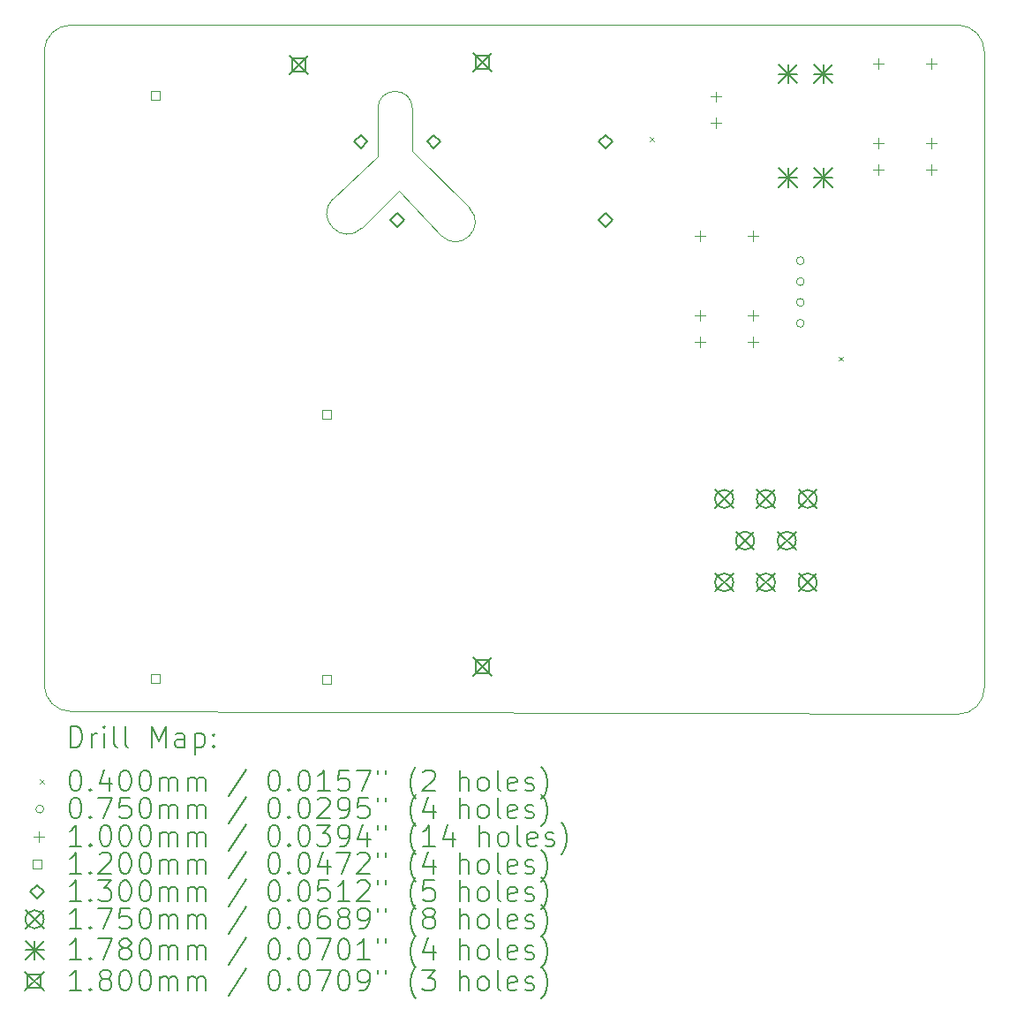
<source format=gbr>
%FSLAX45Y45*%
G04 Gerber Fmt 4.5, Leading zero omitted, Abs format (unit mm)*
G04 Created by KiCad (PCBNEW (6.0.1)) date 2022-11-29 11:43:38*
%MOMM*%
%LPD*%
G01*
G04 APERTURE LIST*
%TA.AperFunction,Profile*%
%ADD10C,0.100000*%
%TD*%
%TA.AperFunction,Profile*%
%ADD11C,0.050000*%
%TD*%
%ADD12C,0.200000*%
%ADD13C,0.040000*%
%ADD14C,0.075000*%
%ADD15C,0.100000*%
%ADD16C,0.120000*%
%ADD17C,0.130000*%
%ADD18C,0.175000*%
%ADD19C,0.178000*%
%ADD20C,0.180000*%
G04 APERTURE END LIST*
D10*
X14414500Y-6896100D02*
X14770100Y-6540500D01*
X15176500Y-6972300D02*
G75*
G03*
X15443200Y-6705600I133350J133350D01*
G01*
X15443200Y-6705600D02*
X14897100Y-6159500D01*
X14135100Y-6616700D02*
G75*
G03*
X14414500Y-6896100I139700J-139700D01*
G01*
D11*
X11366500Y-11275795D02*
G75*
G03*
X11620500Y-11529795I254000J0D01*
G01*
D10*
X15176500Y-6972300D02*
X14770100Y-6540500D01*
X20142200Y-4953000D02*
X11620500Y-4953000D01*
X20383500Y-11303000D02*
X20383500Y-5207000D01*
D11*
X20383500Y-5207000D02*
G75*
G03*
X20142200Y-4953000I-255755J-1350D01*
G01*
D10*
X14897100Y-5753100D02*
G75*
G03*
X14566900Y-5753100I-165100J0D01*
G01*
X14897100Y-6159500D02*
X14897100Y-5753100D01*
X11366500Y-5192495D02*
X11366500Y-11275795D01*
X14135100Y-6616700D02*
X14566900Y-6210300D01*
X14566900Y-5753100D02*
X14566900Y-6210300D01*
D11*
X11620500Y-4953000D02*
G75*
G03*
X11366500Y-5192495I0J-254439D01*
G01*
D10*
X11620500Y-11529795D02*
X20129500Y-11557000D01*
D11*
X20129500Y-11557000D02*
G75*
G03*
X20383500Y-11303000I0J254000D01*
G01*
D12*
D13*
X17175800Y-6025200D02*
X17215800Y-6065200D01*
X17215800Y-6025200D02*
X17175800Y-6065200D01*
X18987061Y-8130619D02*
X19027061Y-8170619D01*
X19027061Y-8130619D02*
X18987061Y-8170619D01*
D14*
X18655700Y-7210500D02*
G75*
G03*
X18655700Y-7210500I-37500J0D01*
G01*
X18655700Y-7410500D02*
G75*
G03*
X18655700Y-7410500I-37500J0D01*
G01*
X18655700Y-7610500D02*
G75*
G03*
X18655700Y-7610500I-37500J0D01*
G01*
X18655700Y-7810500D02*
G75*
G03*
X18655700Y-7810500I-37500J0D01*
G01*
D15*
X17653000Y-6922300D02*
X17653000Y-7022300D01*
X17603000Y-6972300D02*
X17703000Y-6972300D01*
X17653000Y-7684300D02*
X17653000Y-7784300D01*
X17603000Y-7734300D02*
X17703000Y-7734300D01*
X17653000Y-7938300D02*
X17653000Y-8038300D01*
X17603000Y-7988300D02*
X17703000Y-7988300D01*
X17805400Y-5588800D02*
X17805400Y-5688800D01*
X17755400Y-5638800D02*
X17855400Y-5638800D01*
X17805400Y-5838800D02*
X17805400Y-5938800D01*
X17755400Y-5888800D02*
X17855400Y-5888800D01*
X18161000Y-6922300D02*
X18161000Y-7022300D01*
X18111000Y-6972300D02*
X18211000Y-6972300D01*
X18161000Y-7684300D02*
X18161000Y-7784300D01*
X18111000Y-7734300D02*
X18211000Y-7734300D01*
X18161000Y-7938300D02*
X18161000Y-8038300D01*
X18111000Y-7988300D02*
X18211000Y-7988300D01*
X19366950Y-5271750D02*
X19366950Y-5371750D01*
X19316950Y-5321750D02*
X19416950Y-5321750D01*
X19366950Y-6033750D02*
X19366950Y-6133750D01*
X19316950Y-6083750D02*
X19416950Y-6083750D01*
X19366950Y-6287750D02*
X19366950Y-6387750D01*
X19316950Y-6337750D02*
X19416950Y-6337750D01*
X19874950Y-5271750D02*
X19874950Y-5371750D01*
X19824950Y-5321750D02*
X19924950Y-5321750D01*
X19874950Y-6033750D02*
X19874950Y-6133750D01*
X19824950Y-6083750D02*
X19924950Y-6083750D01*
X19874950Y-6287750D02*
X19874950Y-6387750D01*
X19824950Y-6337750D02*
X19924950Y-6337750D01*
D16*
X12475727Y-5668527D02*
X12475727Y-5583673D01*
X12390873Y-5583673D01*
X12390873Y-5668527D01*
X12475727Y-5668527D01*
X12475727Y-11256527D02*
X12475727Y-11171673D01*
X12390873Y-11171673D01*
X12390873Y-11256527D01*
X12475727Y-11256527D01*
X14114027Y-8729227D02*
X14114027Y-8644373D01*
X14029173Y-8644373D01*
X14029173Y-8729227D01*
X14114027Y-8729227D01*
X14114027Y-11269227D02*
X14114027Y-11184373D01*
X14029173Y-11184373D01*
X14029173Y-11269227D01*
X14114027Y-11269227D01*
D17*
X14401300Y-6135600D02*
X14466300Y-6070600D01*
X14401300Y-6005600D01*
X14336300Y-6070600D01*
X14401300Y-6135600D01*
X14751300Y-6885600D02*
X14816300Y-6820600D01*
X14751300Y-6755600D01*
X14686300Y-6820600D01*
X14751300Y-6885600D01*
X15101300Y-6135600D02*
X15166300Y-6070600D01*
X15101300Y-6005600D01*
X15036300Y-6070600D01*
X15101300Y-6135600D01*
X16751300Y-6135600D02*
X16816300Y-6070600D01*
X16751300Y-6005600D01*
X16686300Y-6070600D01*
X16751300Y-6135600D01*
X16751300Y-6885600D02*
X16816300Y-6820600D01*
X16751300Y-6755600D01*
X16686300Y-6820600D01*
X16751300Y-6885600D01*
D18*
X17800500Y-9405800D02*
X17975500Y-9580800D01*
X17975500Y-9405800D02*
X17800500Y-9580800D01*
X17975500Y-9493300D02*
G75*
G03*
X17975500Y-9493300I-87500J0D01*
G01*
X17800500Y-10205800D02*
X17975500Y-10380800D01*
X17975500Y-10205800D02*
X17800500Y-10380800D01*
X17975500Y-10293300D02*
G75*
G03*
X17975500Y-10293300I-87500J0D01*
G01*
X18000500Y-9805800D02*
X18175500Y-9980800D01*
X18175500Y-9805800D02*
X18000500Y-9980800D01*
X18175500Y-9893300D02*
G75*
G03*
X18175500Y-9893300I-87500J0D01*
G01*
X18200500Y-9405800D02*
X18375500Y-9580800D01*
X18375500Y-9405800D02*
X18200500Y-9580800D01*
X18375500Y-9493300D02*
G75*
G03*
X18375500Y-9493300I-87500J0D01*
G01*
X18200500Y-10205800D02*
X18375500Y-10380800D01*
X18375500Y-10205800D02*
X18200500Y-10380800D01*
X18375500Y-10293300D02*
G75*
G03*
X18375500Y-10293300I-87500J0D01*
G01*
X18400500Y-9805800D02*
X18575500Y-9980800D01*
X18575500Y-9805800D02*
X18400500Y-9980800D01*
X18575500Y-9893300D02*
G75*
G03*
X18575500Y-9893300I-87500J0D01*
G01*
X18600500Y-9405800D02*
X18775500Y-9580800D01*
X18775500Y-9405800D02*
X18600500Y-9580800D01*
X18775500Y-9493300D02*
G75*
G03*
X18775500Y-9493300I-87500J0D01*
G01*
X18600500Y-10205800D02*
X18775500Y-10380800D01*
X18775500Y-10205800D02*
X18600500Y-10380800D01*
X18775500Y-10293300D02*
G75*
G03*
X18775500Y-10293300I-87500J0D01*
G01*
D19*
X18410000Y-5333200D02*
X18588000Y-5511200D01*
X18588000Y-5333200D02*
X18410000Y-5511200D01*
X18499000Y-5333200D02*
X18499000Y-5511200D01*
X18410000Y-5422200D02*
X18588000Y-5422200D01*
X18410000Y-6325200D02*
X18588000Y-6503200D01*
X18588000Y-6325200D02*
X18410000Y-6503200D01*
X18499000Y-6325200D02*
X18499000Y-6503200D01*
X18410000Y-6414200D02*
X18588000Y-6414200D01*
X18750000Y-5333200D02*
X18928000Y-5511200D01*
X18928000Y-5333200D02*
X18750000Y-5511200D01*
X18839000Y-5333200D02*
X18839000Y-5511200D01*
X18750000Y-5422200D02*
X18928000Y-5422200D01*
X18750000Y-6325200D02*
X18928000Y-6503200D01*
X18928000Y-6325200D02*
X18750000Y-6503200D01*
X18839000Y-6325200D02*
X18839000Y-6503200D01*
X18750000Y-6414200D02*
X18928000Y-6414200D01*
D20*
X13714900Y-5244000D02*
X13894900Y-5424000D01*
X13894900Y-5244000D02*
X13714900Y-5424000D01*
X13868540Y-5397640D02*
X13868540Y-5270360D01*
X13741260Y-5270360D01*
X13741260Y-5397640D01*
X13868540Y-5397640D01*
X15480200Y-5218600D02*
X15660200Y-5398600D01*
X15660200Y-5218600D02*
X15480200Y-5398600D01*
X15633840Y-5372240D02*
X15633840Y-5244960D01*
X15506560Y-5244960D01*
X15506560Y-5372240D01*
X15633840Y-5372240D01*
X15480200Y-11009800D02*
X15660200Y-11189800D01*
X15660200Y-11009800D02*
X15480200Y-11189800D01*
X15633840Y-11163440D02*
X15633840Y-11036160D01*
X15506560Y-11036160D01*
X15506560Y-11163440D01*
X15633840Y-11163440D01*
D12*
X11619119Y-11872476D02*
X11619119Y-11672476D01*
X11666738Y-11672476D01*
X11695309Y-11682000D01*
X11714357Y-11701048D01*
X11723881Y-11720095D01*
X11733405Y-11758190D01*
X11733405Y-11786762D01*
X11723881Y-11824857D01*
X11714357Y-11843905D01*
X11695309Y-11862952D01*
X11666738Y-11872476D01*
X11619119Y-11872476D01*
X11819119Y-11872476D02*
X11819119Y-11739143D01*
X11819119Y-11777238D02*
X11828643Y-11758190D01*
X11838167Y-11748667D01*
X11857214Y-11739143D01*
X11876262Y-11739143D01*
X11942928Y-11872476D02*
X11942928Y-11739143D01*
X11942928Y-11672476D02*
X11933405Y-11682000D01*
X11942928Y-11691524D01*
X11952452Y-11682000D01*
X11942928Y-11672476D01*
X11942928Y-11691524D01*
X12066738Y-11872476D02*
X12047690Y-11862952D01*
X12038167Y-11843905D01*
X12038167Y-11672476D01*
X12171500Y-11872476D02*
X12152452Y-11862952D01*
X12142928Y-11843905D01*
X12142928Y-11672476D01*
X12400071Y-11872476D02*
X12400071Y-11672476D01*
X12466738Y-11815333D01*
X12533405Y-11672476D01*
X12533405Y-11872476D01*
X12714357Y-11872476D02*
X12714357Y-11767714D01*
X12704833Y-11748667D01*
X12685786Y-11739143D01*
X12647690Y-11739143D01*
X12628643Y-11748667D01*
X12714357Y-11862952D02*
X12695309Y-11872476D01*
X12647690Y-11872476D01*
X12628643Y-11862952D01*
X12619119Y-11843905D01*
X12619119Y-11824857D01*
X12628643Y-11805809D01*
X12647690Y-11796286D01*
X12695309Y-11796286D01*
X12714357Y-11786762D01*
X12809595Y-11739143D02*
X12809595Y-11939143D01*
X12809595Y-11748667D02*
X12828643Y-11739143D01*
X12866738Y-11739143D01*
X12885786Y-11748667D01*
X12895309Y-11758190D01*
X12904833Y-11777238D01*
X12904833Y-11834381D01*
X12895309Y-11853428D01*
X12885786Y-11862952D01*
X12866738Y-11872476D01*
X12828643Y-11872476D01*
X12809595Y-11862952D01*
X12990548Y-11853428D02*
X13000071Y-11862952D01*
X12990548Y-11872476D01*
X12981024Y-11862952D01*
X12990548Y-11853428D01*
X12990548Y-11872476D01*
X12990548Y-11748667D02*
X13000071Y-11758190D01*
X12990548Y-11767714D01*
X12981024Y-11758190D01*
X12990548Y-11748667D01*
X12990548Y-11767714D01*
D13*
X11321500Y-12182000D02*
X11361500Y-12222000D01*
X11361500Y-12182000D02*
X11321500Y-12222000D01*
D12*
X11657214Y-12092476D02*
X11676262Y-12092476D01*
X11695309Y-12102000D01*
X11704833Y-12111524D01*
X11714357Y-12130571D01*
X11723881Y-12168667D01*
X11723881Y-12216286D01*
X11714357Y-12254381D01*
X11704833Y-12273428D01*
X11695309Y-12282952D01*
X11676262Y-12292476D01*
X11657214Y-12292476D01*
X11638167Y-12282952D01*
X11628643Y-12273428D01*
X11619119Y-12254381D01*
X11609595Y-12216286D01*
X11609595Y-12168667D01*
X11619119Y-12130571D01*
X11628643Y-12111524D01*
X11638167Y-12102000D01*
X11657214Y-12092476D01*
X11809595Y-12273428D02*
X11819119Y-12282952D01*
X11809595Y-12292476D01*
X11800071Y-12282952D01*
X11809595Y-12273428D01*
X11809595Y-12292476D01*
X11990548Y-12159143D02*
X11990548Y-12292476D01*
X11942928Y-12082952D02*
X11895309Y-12225809D01*
X12019119Y-12225809D01*
X12133405Y-12092476D02*
X12152452Y-12092476D01*
X12171500Y-12102000D01*
X12181024Y-12111524D01*
X12190548Y-12130571D01*
X12200071Y-12168667D01*
X12200071Y-12216286D01*
X12190548Y-12254381D01*
X12181024Y-12273428D01*
X12171500Y-12282952D01*
X12152452Y-12292476D01*
X12133405Y-12292476D01*
X12114357Y-12282952D01*
X12104833Y-12273428D01*
X12095309Y-12254381D01*
X12085786Y-12216286D01*
X12085786Y-12168667D01*
X12095309Y-12130571D01*
X12104833Y-12111524D01*
X12114357Y-12102000D01*
X12133405Y-12092476D01*
X12323881Y-12092476D02*
X12342928Y-12092476D01*
X12361976Y-12102000D01*
X12371500Y-12111524D01*
X12381024Y-12130571D01*
X12390548Y-12168667D01*
X12390548Y-12216286D01*
X12381024Y-12254381D01*
X12371500Y-12273428D01*
X12361976Y-12282952D01*
X12342928Y-12292476D01*
X12323881Y-12292476D01*
X12304833Y-12282952D01*
X12295309Y-12273428D01*
X12285786Y-12254381D01*
X12276262Y-12216286D01*
X12276262Y-12168667D01*
X12285786Y-12130571D01*
X12295309Y-12111524D01*
X12304833Y-12102000D01*
X12323881Y-12092476D01*
X12476262Y-12292476D02*
X12476262Y-12159143D01*
X12476262Y-12178190D02*
X12485786Y-12168667D01*
X12504833Y-12159143D01*
X12533405Y-12159143D01*
X12552452Y-12168667D01*
X12561976Y-12187714D01*
X12561976Y-12292476D01*
X12561976Y-12187714D02*
X12571500Y-12168667D01*
X12590548Y-12159143D01*
X12619119Y-12159143D01*
X12638167Y-12168667D01*
X12647690Y-12187714D01*
X12647690Y-12292476D01*
X12742928Y-12292476D02*
X12742928Y-12159143D01*
X12742928Y-12178190D02*
X12752452Y-12168667D01*
X12771500Y-12159143D01*
X12800071Y-12159143D01*
X12819119Y-12168667D01*
X12828643Y-12187714D01*
X12828643Y-12292476D01*
X12828643Y-12187714D02*
X12838167Y-12168667D01*
X12857214Y-12159143D01*
X12885786Y-12159143D01*
X12904833Y-12168667D01*
X12914357Y-12187714D01*
X12914357Y-12292476D01*
X13304833Y-12082952D02*
X13133405Y-12340095D01*
X13561976Y-12092476D02*
X13581024Y-12092476D01*
X13600071Y-12102000D01*
X13609595Y-12111524D01*
X13619119Y-12130571D01*
X13628643Y-12168667D01*
X13628643Y-12216286D01*
X13619119Y-12254381D01*
X13609595Y-12273428D01*
X13600071Y-12282952D01*
X13581024Y-12292476D01*
X13561976Y-12292476D01*
X13542928Y-12282952D01*
X13533405Y-12273428D01*
X13523881Y-12254381D01*
X13514357Y-12216286D01*
X13514357Y-12168667D01*
X13523881Y-12130571D01*
X13533405Y-12111524D01*
X13542928Y-12102000D01*
X13561976Y-12092476D01*
X13714357Y-12273428D02*
X13723881Y-12282952D01*
X13714357Y-12292476D01*
X13704833Y-12282952D01*
X13714357Y-12273428D01*
X13714357Y-12292476D01*
X13847690Y-12092476D02*
X13866738Y-12092476D01*
X13885786Y-12102000D01*
X13895309Y-12111524D01*
X13904833Y-12130571D01*
X13914357Y-12168667D01*
X13914357Y-12216286D01*
X13904833Y-12254381D01*
X13895309Y-12273428D01*
X13885786Y-12282952D01*
X13866738Y-12292476D01*
X13847690Y-12292476D01*
X13828643Y-12282952D01*
X13819119Y-12273428D01*
X13809595Y-12254381D01*
X13800071Y-12216286D01*
X13800071Y-12168667D01*
X13809595Y-12130571D01*
X13819119Y-12111524D01*
X13828643Y-12102000D01*
X13847690Y-12092476D01*
X14104833Y-12292476D02*
X13990548Y-12292476D01*
X14047690Y-12292476D02*
X14047690Y-12092476D01*
X14028643Y-12121048D01*
X14009595Y-12140095D01*
X13990548Y-12149619D01*
X14285786Y-12092476D02*
X14190548Y-12092476D01*
X14181024Y-12187714D01*
X14190548Y-12178190D01*
X14209595Y-12168667D01*
X14257214Y-12168667D01*
X14276262Y-12178190D01*
X14285786Y-12187714D01*
X14295309Y-12206762D01*
X14295309Y-12254381D01*
X14285786Y-12273428D01*
X14276262Y-12282952D01*
X14257214Y-12292476D01*
X14209595Y-12292476D01*
X14190548Y-12282952D01*
X14181024Y-12273428D01*
X14361976Y-12092476D02*
X14495309Y-12092476D01*
X14409595Y-12292476D01*
X14561976Y-12092476D02*
X14561976Y-12130571D01*
X14638167Y-12092476D02*
X14638167Y-12130571D01*
X14933405Y-12368667D02*
X14923881Y-12359143D01*
X14904833Y-12330571D01*
X14895309Y-12311524D01*
X14885786Y-12282952D01*
X14876262Y-12235333D01*
X14876262Y-12197238D01*
X14885786Y-12149619D01*
X14895309Y-12121048D01*
X14904833Y-12102000D01*
X14923881Y-12073428D01*
X14933405Y-12063905D01*
X15000071Y-12111524D02*
X15009595Y-12102000D01*
X15028643Y-12092476D01*
X15076262Y-12092476D01*
X15095309Y-12102000D01*
X15104833Y-12111524D01*
X15114357Y-12130571D01*
X15114357Y-12149619D01*
X15104833Y-12178190D01*
X14990548Y-12292476D01*
X15114357Y-12292476D01*
X15352452Y-12292476D02*
X15352452Y-12092476D01*
X15438167Y-12292476D02*
X15438167Y-12187714D01*
X15428643Y-12168667D01*
X15409595Y-12159143D01*
X15381024Y-12159143D01*
X15361976Y-12168667D01*
X15352452Y-12178190D01*
X15561976Y-12292476D02*
X15542928Y-12282952D01*
X15533405Y-12273428D01*
X15523881Y-12254381D01*
X15523881Y-12197238D01*
X15533405Y-12178190D01*
X15542928Y-12168667D01*
X15561976Y-12159143D01*
X15590548Y-12159143D01*
X15609595Y-12168667D01*
X15619119Y-12178190D01*
X15628643Y-12197238D01*
X15628643Y-12254381D01*
X15619119Y-12273428D01*
X15609595Y-12282952D01*
X15590548Y-12292476D01*
X15561976Y-12292476D01*
X15742928Y-12292476D02*
X15723881Y-12282952D01*
X15714357Y-12263905D01*
X15714357Y-12092476D01*
X15895309Y-12282952D02*
X15876262Y-12292476D01*
X15838167Y-12292476D01*
X15819119Y-12282952D01*
X15809595Y-12263905D01*
X15809595Y-12187714D01*
X15819119Y-12168667D01*
X15838167Y-12159143D01*
X15876262Y-12159143D01*
X15895309Y-12168667D01*
X15904833Y-12187714D01*
X15904833Y-12206762D01*
X15809595Y-12225809D01*
X15981024Y-12282952D02*
X16000071Y-12292476D01*
X16038167Y-12292476D01*
X16057214Y-12282952D01*
X16066738Y-12263905D01*
X16066738Y-12254381D01*
X16057214Y-12235333D01*
X16038167Y-12225809D01*
X16009595Y-12225809D01*
X15990548Y-12216286D01*
X15981024Y-12197238D01*
X15981024Y-12187714D01*
X15990548Y-12168667D01*
X16009595Y-12159143D01*
X16038167Y-12159143D01*
X16057214Y-12168667D01*
X16133405Y-12368667D02*
X16142928Y-12359143D01*
X16161976Y-12330571D01*
X16171500Y-12311524D01*
X16181024Y-12282952D01*
X16190548Y-12235333D01*
X16190548Y-12197238D01*
X16181024Y-12149619D01*
X16171500Y-12121048D01*
X16161976Y-12102000D01*
X16142928Y-12073428D01*
X16133405Y-12063905D01*
D14*
X11361500Y-12466000D02*
G75*
G03*
X11361500Y-12466000I-37500J0D01*
G01*
D12*
X11657214Y-12356476D02*
X11676262Y-12356476D01*
X11695309Y-12366000D01*
X11704833Y-12375524D01*
X11714357Y-12394571D01*
X11723881Y-12432667D01*
X11723881Y-12480286D01*
X11714357Y-12518381D01*
X11704833Y-12537428D01*
X11695309Y-12546952D01*
X11676262Y-12556476D01*
X11657214Y-12556476D01*
X11638167Y-12546952D01*
X11628643Y-12537428D01*
X11619119Y-12518381D01*
X11609595Y-12480286D01*
X11609595Y-12432667D01*
X11619119Y-12394571D01*
X11628643Y-12375524D01*
X11638167Y-12366000D01*
X11657214Y-12356476D01*
X11809595Y-12537428D02*
X11819119Y-12546952D01*
X11809595Y-12556476D01*
X11800071Y-12546952D01*
X11809595Y-12537428D01*
X11809595Y-12556476D01*
X11885786Y-12356476D02*
X12019119Y-12356476D01*
X11933405Y-12556476D01*
X12190548Y-12356476D02*
X12095309Y-12356476D01*
X12085786Y-12451714D01*
X12095309Y-12442190D01*
X12114357Y-12432667D01*
X12161976Y-12432667D01*
X12181024Y-12442190D01*
X12190548Y-12451714D01*
X12200071Y-12470762D01*
X12200071Y-12518381D01*
X12190548Y-12537428D01*
X12181024Y-12546952D01*
X12161976Y-12556476D01*
X12114357Y-12556476D01*
X12095309Y-12546952D01*
X12085786Y-12537428D01*
X12323881Y-12356476D02*
X12342928Y-12356476D01*
X12361976Y-12366000D01*
X12371500Y-12375524D01*
X12381024Y-12394571D01*
X12390548Y-12432667D01*
X12390548Y-12480286D01*
X12381024Y-12518381D01*
X12371500Y-12537428D01*
X12361976Y-12546952D01*
X12342928Y-12556476D01*
X12323881Y-12556476D01*
X12304833Y-12546952D01*
X12295309Y-12537428D01*
X12285786Y-12518381D01*
X12276262Y-12480286D01*
X12276262Y-12432667D01*
X12285786Y-12394571D01*
X12295309Y-12375524D01*
X12304833Y-12366000D01*
X12323881Y-12356476D01*
X12476262Y-12556476D02*
X12476262Y-12423143D01*
X12476262Y-12442190D02*
X12485786Y-12432667D01*
X12504833Y-12423143D01*
X12533405Y-12423143D01*
X12552452Y-12432667D01*
X12561976Y-12451714D01*
X12561976Y-12556476D01*
X12561976Y-12451714D02*
X12571500Y-12432667D01*
X12590548Y-12423143D01*
X12619119Y-12423143D01*
X12638167Y-12432667D01*
X12647690Y-12451714D01*
X12647690Y-12556476D01*
X12742928Y-12556476D02*
X12742928Y-12423143D01*
X12742928Y-12442190D02*
X12752452Y-12432667D01*
X12771500Y-12423143D01*
X12800071Y-12423143D01*
X12819119Y-12432667D01*
X12828643Y-12451714D01*
X12828643Y-12556476D01*
X12828643Y-12451714D02*
X12838167Y-12432667D01*
X12857214Y-12423143D01*
X12885786Y-12423143D01*
X12904833Y-12432667D01*
X12914357Y-12451714D01*
X12914357Y-12556476D01*
X13304833Y-12346952D02*
X13133405Y-12604095D01*
X13561976Y-12356476D02*
X13581024Y-12356476D01*
X13600071Y-12366000D01*
X13609595Y-12375524D01*
X13619119Y-12394571D01*
X13628643Y-12432667D01*
X13628643Y-12480286D01*
X13619119Y-12518381D01*
X13609595Y-12537428D01*
X13600071Y-12546952D01*
X13581024Y-12556476D01*
X13561976Y-12556476D01*
X13542928Y-12546952D01*
X13533405Y-12537428D01*
X13523881Y-12518381D01*
X13514357Y-12480286D01*
X13514357Y-12432667D01*
X13523881Y-12394571D01*
X13533405Y-12375524D01*
X13542928Y-12366000D01*
X13561976Y-12356476D01*
X13714357Y-12537428D02*
X13723881Y-12546952D01*
X13714357Y-12556476D01*
X13704833Y-12546952D01*
X13714357Y-12537428D01*
X13714357Y-12556476D01*
X13847690Y-12356476D02*
X13866738Y-12356476D01*
X13885786Y-12366000D01*
X13895309Y-12375524D01*
X13904833Y-12394571D01*
X13914357Y-12432667D01*
X13914357Y-12480286D01*
X13904833Y-12518381D01*
X13895309Y-12537428D01*
X13885786Y-12546952D01*
X13866738Y-12556476D01*
X13847690Y-12556476D01*
X13828643Y-12546952D01*
X13819119Y-12537428D01*
X13809595Y-12518381D01*
X13800071Y-12480286D01*
X13800071Y-12432667D01*
X13809595Y-12394571D01*
X13819119Y-12375524D01*
X13828643Y-12366000D01*
X13847690Y-12356476D01*
X13990548Y-12375524D02*
X14000071Y-12366000D01*
X14019119Y-12356476D01*
X14066738Y-12356476D01*
X14085786Y-12366000D01*
X14095309Y-12375524D01*
X14104833Y-12394571D01*
X14104833Y-12413619D01*
X14095309Y-12442190D01*
X13981024Y-12556476D01*
X14104833Y-12556476D01*
X14200071Y-12556476D02*
X14238167Y-12556476D01*
X14257214Y-12546952D01*
X14266738Y-12537428D01*
X14285786Y-12508857D01*
X14295309Y-12470762D01*
X14295309Y-12394571D01*
X14285786Y-12375524D01*
X14276262Y-12366000D01*
X14257214Y-12356476D01*
X14219119Y-12356476D01*
X14200071Y-12366000D01*
X14190548Y-12375524D01*
X14181024Y-12394571D01*
X14181024Y-12442190D01*
X14190548Y-12461238D01*
X14200071Y-12470762D01*
X14219119Y-12480286D01*
X14257214Y-12480286D01*
X14276262Y-12470762D01*
X14285786Y-12461238D01*
X14295309Y-12442190D01*
X14476262Y-12356476D02*
X14381024Y-12356476D01*
X14371500Y-12451714D01*
X14381024Y-12442190D01*
X14400071Y-12432667D01*
X14447690Y-12432667D01*
X14466738Y-12442190D01*
X14476262Y-12451714D01*
X14485786Y-12470762D01*
X14485786Y-12518381D01*
X14476262Y-12537428D01*
X14466738Y-12546952D01*
X14447690Y-12556476D01*
X14400071Y-12556476D01*
X14381024Y-12546952D01*
X14371500Y-12537428D01*
X14561976Y-12356476D02*
X14561976Y-12394571D01*
X14638167Y-12356476D02*
X14638167Y-12394571D01*
X14933405Y-12632667D02*
X14923881Y-12623143D01*
X14904833Y-12594571D01*
X14895309Y-12575524D01*
X14885786Y-12546952D01*
X14876262Y-12499333D01*
X14876262Y-12461238D01*
X14885786Y-12413619D01*
X14895309Y-12385048D01*
X14904833Y-12366000D01*
X14923881Y-12337428D01*
X14933405Y-12327905D01*
X15095309Y-12423143D02*
X15095309Y-12556476D01*
X15047690Y-12346952D02*
X15000071Y-12489809D01*
X15123881Y-12489809D01*
X15352452Y-12556476D02*
X15352452Y-12356476D01*
X15438167Y-12556476D02*
X15438167Y-12451714D01*
X15428643Y-12432667D01*
X15409595Y-12423143D01*
X15381024Y-12423143D01*
X15361976Y-12432667D01*
X15352452Y-12442190D01*
X15561976Y-12556476D02*
X15542928Y-12546952D01*
X15533405Y-12537428D01*
X15523881Y-12518381D01*
X15523881Y-12461238D01*
X15533405Y-12442190D01*
X15542928Y-12432667D01*
X15561976Y-12423143D01*
X15590548Y-12423143D01*
X15609595Y-12432667D01*
X15619119Y-12442190D01*
X15628643Y-12461238D01*
X15628643Y-12518381D01*
X15619119Y-12537428D01*
X15609595Y-12546952D01*
X15590548Y-12556476D01*
X15561976Y-12556476D01*
X15742928Y-12556476D02*
X15723881Y-12546952D01*
X15714357Y-12527905D01*
X15714357Y-12356476D01*
X15895309Y-12546952D02*
X15876262Y-12556476D01*
X15838167Y-12556476D01*
X15819119Y-12546952D01*
X15809595Y-12527905D01*
X15809595Y-12451714D01*
X15819119Y-12432667D01*
X15838167Y-12423143D01*
X15876262Y-12423143D01*
X15895309Y-12432667D01*
X15904833Y-12451714D01*
X15904833Y-12470762D01*
X15809595Y-12489809D01*
X15981024Y-12546952D02*
X16000071Y-12556476D01*
X16038167Y-12556476D01*
X16057214Y-12546952D01*
X16066738Y-12527905D01*
X16066738Y-12518381D01*
X16057214Y-12499333D01*
X16038167Y-12489809D01*
X16009595Y-12489809D01*
X15990548Y-12480286D01*
X15981024Y-12461238D01*
X15981024Y-12451714D01*
X15990548Y-12432667D01*
X16009595Y-12423143D01*
X16038167Y-12423143D01*
X16057214Y-12432667D01*
X16133405Y-12632667D02*
X16142928Y-12623143D01*
X16161976Y-12594571D01*
X16171500Y-12575524D01*
X16181024Y-12546952D01*
X16190548Y-12499333D01*
X16190548Y-12461238D01*
X16181024Y-12413619D01*
X16171500Y-12385048D01*
X16161976Y-12366000D01*
X16142928Y-12337428D01*
X16133405Y-12327905D01*
D15*
X11311500Y-12680000D02*
X11311500Y-12780000D01*
X11261500Y-12730000D02*
X11361500Y-12730000D01*
D12*
X11723881Y-12820476D02*
X11609595Y-12820476D01*
X11666738Y-12820476D02*
X11666738Y-12620476D01*
X11647690Y-12649048D01*
X11628643Y-12668095D01*
X11609595Y-12677619D01*
X11809595Y-12801428D02*
X11819119Y-12810952D01*
X11809595Y-12820476D01*
X11800071Y-12810952D01*
X11809595Y-12801428D01*
X11809595Y-12820476D01*
X11942928Y-12620476D02*
X11961976Y-12620476D01*
X11981024Y-12630000D01*
X11990548Y-12639524D01*
X12000071Y-12658571D01*
X12009595Y-12696667D01*
X12009595Y-12744286D01*
X12000071Y-12782381D01*
X11990548Y-12801428D01*
X11981024Y-12810952D01*
X11961976Y-12820476D01*
X11942928Y-12820476D01*
X11923881Y-12810952D01*
X11914357Y-12801428D01*
X11904833Y-12782381D01*
X11895309Y-12744286D01*
X11895309Y-12696667D01*
X11904833Y-12658571D01*
X11914357Y-12639524D01*
X11923881Y-12630000D01*
X11942928Y-12620476D01*
X12133405Y-12620476D02*
X12152452Y-12620476D01*
X12171500Y-12630000D01*
X12181024Y-12639524D01*
X12190548Y-12658571D01*
X12200071Y-12696667D01*
X12200071Y-12744286D01*
X12190548Y-12782381D01*
X12181024Y-12801428D01*
X12171500Y-12810952D01*
X12152452Y-12820476D01*
X12133405Y-12820476D01*
X12114357Y-12810952D01*
X12104833Y-12801428D01*
X12095309Y-12782381D01*
X12085786Y-12744286D01*
X12085786Y-12696667D01*
X12095309Y-12658571D01*
X12104833Y-12639524D01*
X12114357Y-12630000D01*
X12133405Y-12620476D01*
X12323881Y-12620476D02*
X12342928Y-12620476D01*
X12361976Y-12630000D01*
X12371500Y-12639524D01*
X12381024Y-12658571D01*
X12390548Y-12696667D01*
X12390548Y-12744286D01*
X12381024Y-12782381D01*
X12371500Y-12801428D01*
X12361976Y-12810952D01*
X12342928Y-12820476D01*
X12323881Y-12820476D01*
X12304833Y-12810952D01*
X12295309Y-12801428D01*
X12285786Y-12782381D01*
X12276262Y-12744286D01*
X12276262Y-12696667D01*
X12285786Y-12658571D01*
X12295309Y-12639524D01*
X12304833Y-12630000D01*
X12323881Y-12620476D01*
X12476262Y-12820476D02*
X12476262Y-12687143D01*
X12476262Y-12706190D02*
X12485786Y-12696667D01*
X12504833Y-12687143D01*
X12533405Y-12687143D01*
X12552452Y-12696667D01*
X12561976Y-12715714D01*
X12561976Y-12820476D01*
X12561976Y-12715714D02*
X12571500Y-12696667D01*
X12590548Y-12687143D01*
X12619119Y-12687143D01*
X12638167Y-12696667D01*
X12647690Y-12715714D01*
X12647690Y-12820476D01*
X12742928Y-12820476D02*
X12742928Y-12687143D01*
X12742928Y-12706190D02*
X12752452Y-12696667D01*
X12771500Y-12687143D01*
X12800071Y-12687143D01*
X12819119Y-12696667D01*
X12828643Y-12715714D01*
X12828643Y-12820476D01*
X12828643Y-12715714D02*
X12838167Y-12696667D01*
X12857214Y-12687143D01*
X12885786Y-12687143D01*
X12904833Y-12696667D01*
X12914357Y-12715714D01*
X12914357Y-12820476D01*
X13304833Y-12610952D02*
X13133405Y-12868095D01*
X13561976Y-12620476D02*
X13581024Y-12620476D01*
X13600071Y-12630000D01*
X13609595Y-12639524D01*
X13619119Y-12658571D01*
X13628643Y-12696667D01*
X13628643Y-12744286D01*
X13619119Y-12782381D01*
X13609595Y-12801428D01*
X13600071Y-12810952D01*
X13581024Y-12820476D01*
X13561976Y-12820476D01*
X13542928Y-12810952D01*
X13533405Y-12801428D01*
X13523881Y-12782381D01*
X13514357Y-12744286D01*
X13514357Y-12696667D01*
X13523881Y-12658571D01*
X13533405Y-12639524D01*
X13542928Y-12630000D01*
X13561976Y-12620476D01*
X13714357Y-12801428D02*
X13723881Y-12810952D01*
X13714357Y-12820476D01*
X13704833Y-12810952D01*
X13714357Y-12801428D01*
X13714357Y-12820476D01*
X13847690Y-12620476D02*
X13866738Y-12620476D01*
X13885786Y-12630000D01*
X13895309Y-12639524D01*
X13904833Y-12658571D01*
X13914357Y-12696667D01*
X13914357Y-12744286D01*
X13904833Y-12782381D01*
X13895309Y-12801428D01*
X13885786Y-12810952D01*
X13866738Y-12820476D01*
X13847690Y-12820476D01*
X13828643Y-12810952D01*
X13819119Y-12801428D01*
X13809595Y-12782381D01*
X13800071Y-12744286D01*
X13800071Y-12696667D01*
X13809595Y-12658571D01*
X13819119Y-12639524D01*
X13828643Y-12630000D01*
X13847690Y-12620476D01*
X13981024Y-12620476D02*
X14104833Y-12620476D01*
X14038167Y-12696667D01*
X14066738Y-12696667D01*
X14085786Y-12706190D01*
X14095309Y-12715714D01*
X14104833Y-12734762D01*
X14104833Y-12782381D01*
X14095309Y-12801428D01*
X14085786Y-12810952D01*
X14066738Y-12820476D01*
X14009595Y-12820476D01*
X13990548Y-12810952D01*
X13981024Y-12801428D01*
X14200071Y-12820476D02*
X14238167Y-12820476D01*
X14257214Y-12810952D01*
X14266738Y-12801428D01*
X14285786Y-12772857D01*
X14295309Y-12734762D01*
X14295309Y-12658571D01*
X14285786Y-12639524D01*
X14276262Y-12630000D01*
X14257214Y-12620476D01*
X14219119Y-12620476D01*
X14200071Y-12630000D01*
X14190548Y-12639524D01*
X14181024Y-12658571D01*
X14181024Y-12706190D01*
X14190548Y-12725238D01*
X14200071Y-12734762D01*
X14219119Y-12744286D01*
X14257214Y-12744286D01*
X14276262Y-12734762D01*
X14285786Y-12725238D01*
X14295309Y-12706190D01*
X14466738Y-12687143D02*
X14466738Y-12820476D01*
X14419119Y-12610952D02*
X14371500Y-12753809D01*
X14495309Y-12753809D01*
X14561976Y-12620476D02*
X14561976Y-12658571D01*
X14638167Y-12620476D02*
X14638167Y-12658571D01*
X14933405Y-12896667D02*
X14923881Y-12887143D01*
X14904833Y-12858571D01*
X14895309Y-12839524D01*
X14885786Y-12810952D01*
X14876262Y-12763333D01*
X14876262Y-12725238D01*
X14885786Y-12677619D01*
X14895309Y-12649048D01*
X14904833Y-12630000D01*
X14923881Y-12601428D01*
X14933405Y-12591905D01*
X15114357Y-12820476D02*
X15000071Y-12820476D01*
X15057214Y-12820476D02*
X15057214Y-12620476D01*
X15038167Y-12649048D01*
X15019119Y-12668095D01*
X15000071Y-12677619D01*
X15285786Y-12687143D02*
X15285786Y-12820476D01*
X15238167Y-12610952D02*
X15190548Y-12753809D01*
X15314357Y-12753809D01*
X15542928Y-12820476D02*
X15542928Y-12620476D01*
X15628643Y-12820476D02*
X15628643Y-12715714D01*
X15619119Y-12696667D01*
X15600071Y-12687143D01*
X15571500Y-12687143D01*
X15552452Y-12696667D01*
X15542928Y-12706190D01*
X15752452Y-12820476D02*
X15733405Y-12810952D01*
X15723881Y-12801428D01*
X15714357Y-12782381D01*
X15714357Y-12725238D01*
X15723881Y-12706190D01*
X15733405Y-12696667D01*
X15752452Y-12687143D01*
X15781024Y-12687143D01*
X15800071Y-12696667D01*
X15809595Y-12706190D01*
X15819119Y-12725238D01*
X15819119Y-12782381D01*
X15809595Y-12801428D01*
X15800071Y-12810952D01*
X15781024Y-12820476D01*
X15752452Y-12820476D01*
X15933405Y-12820476D02*
X15914357Y-12810952D01*
X15904833Y-12791905D01*
X15904833Y-12620476D01*
X16085786Y-12810952D02*
X16066738Y-12820476D01*
X16028643Y-12820476D01*
X16009595Y-12810952D01*
X16000071Y-12791905D01*
X16000071Y-12715714D01*
X16009595Y-12696667D01*
X16028643Y-12687143D01*
X16066738Y-12687143D01*
X16085786Y-12696667D01*
X16095309Y-12715714D01*
X16095309Y-12734762D01*
X16000071Y-12753809D01*
X16171500Y-12810952D02*
X16190548Y-12820476D01*
X16228643Y-12820476D01*
X16247690Y-12810952D01*
X16257214Y-12791905D01*
X16257214Y-12782381D01*
X16247690Y-12763333D01*
X16228643Y-12753809D01*
X16200071Y-12753809D01*
X16181024Y-12744286D01*
X16171500Y-12725238D01*
X16171500Y-12715714D01*
X16181024Y-12696667D01*
X16200071Y-12687143D01*
X16228643Y-12687143D01*
X16247690Y-12696667D01*
X16323881Y-12896667D02*
X16333405Y-12887143D01*
X16352452Y-12858571D01*
X16361976Y-12839524D01*
X16371500Y-12810952D01*
X16381024Y-12763333D01*
X16381024Y-12725238D01*
X16371500Y-12677619D01*
X16361976Y-12649048D01*
X16352452Y-12630000D01*
X16333405Y-12601428D01*
X16323881Y-12591905D01*
D16*
X11343927Y-13036427D02*
X11343927Y-12951573D01*
X11259073Y-12951573D01*
X11259073Y-13036427D01*
X11343927Y-13036427D01*
D12*
X11723881Y-13084476D02*
X11609595Y-13084476D01*
X11666738Y-13084476D02*
X11666738Y-12884476D01*
X11647690Y-12913048D01*
X11628643Y-12932095D01*
X11609595Y-12941619D01*
X11809595Y-13065428D02*
X11819119Y-13074952D01*
X11809595Y-13084476D01*
X11800071Y-13074952D01*
X11809595Y-13065428D01*
X11809595Y-13084476D01*
X11895309Y-12903524D02*
X11904833Y-12894000D01*
X11923881Y-12884476D01*
X11971500Y-12884476D01*
X11990548Y-12894000D01*
X12000071Y-12903524D01*
X12009595Y-12922571D01*
X12009595Y-12941619D01*
X12000071Y-12970190D01*
X11885786Y-13084476D01*
X12009595Y-13084476D01*
X12133405Y-12884476D02*
X12152452Y-12884476D01*
X12171500Y-12894000D01*
X12181024Y-12903524D01*
X12190548Y-12922571D01*
X12200071Y-12960667D01*
X12200071Y-13008286D01*
X12190548Y-13046381D01*
X12181024Y-13065428D01*
X12171500Y-13074952D01*
X12152452Y-13084476D01*
X12133405Y-13084476D01*
X12114357Y-13074952D01*
X12104833Y-13065428D01*
X12095309Y-13046381D01*
X12085786Y-13008286D01*
X12085786Y-12960667D01*
X12095309Y-12922571D01*
X12104833Y-12903524D01*
X12114357Y-12894000D01*
X12133405Y-12884476D01*
X12323881Y-12884476D02*
X12342928Y-12884476D01*
X12361976Y-12894000D01*
X12371500Y-12903524D01*
X12381024Y-12922571D01*
X12390548Y-12960667D01*
X12390548Y-13008286D01*
X12381024Y-13046381D01*
X12371500Y-13065428D01*
X12361976Y-13074952D01*
X12342928Y-13084476D01*
X12323881Y-13084476D01*
X12304833Y-13074952D01*
X12295309Y-13065428D01*
X12285786Y-13046381D01*
X12276262Y-13008286D01*
X12276262Y-12960667D01*
X12285786Y-12922571D01*
X12295309Y-12903524D01*
X12304833Y-12894000D01*
X12323881Y-12884476D01*
X12476262Y-13084476D02*
X12476262Y-12951143D01*
X12476262Y-12970190D02*
X12485786Y-12960667D01*
X12504833Y-12951143D01*
X12533405Y-12951143D01*
X12552452Y-12960667D01*
X12561976Y-12979714D01*
X12561976Y-13084476D01*
X12561976Y-12979714D02*
X12571500Y-12960667D01*
X12590548Y-12951143D01*
X12619119Y-12951143D01*
X12638167Y-12960667D01*
X12647690Y-12979714D01*
X12647690Y-13084476D01*
X12742928Y-13084476D02*
X12742928Y-12951143D01*
X12742928Y-12970190D02*
X12752452Y-12960667D01*
X12771500Y-12951143D01*
X12800071Y-12951143D01*
X12819119Y-12960667D01*
X12828643Y-12979714D01*
X12828643Y-13084476D01*
X12828643Y-12979714D02*
X12838167Y-12960667D01*
X12857214Y-12951143D01*
X12885786Y-12951143D01*
X12904833Y-12960667D01*
X12914357Y-12979714D01*
X12914357Y-13084476D01*
X13304833Y-12874952D02*
X13133405Y-13132095D01*
X13561976Y-12884476D02*
X13581024Y-12884476D01*
X13600071Y-12894000D01*
X13609595Y-12903524D01*
X13619119Y-12922571D01*
X13628643Y-12960667D01*
X13628643Y-13008286D01*
X13619119Y-13046381D01*
X13609595Y-13065428D01*
X13600071Y-13074952D01*
X13581024Y-13084476D01*
X13561976Y-13084476D01*
X13542928Y-13074952D01*
X13533405Y-13065428D01*
X13523881Y-13046381D01*
X13514357Y-13008286D01*
X13514357Y-12960667D01*
X13523881Y-12922571D01*
X13533405Y-12903524D01*
X13542928Y-12894000D01*
X13561976Y-12884476D01*
X13714357Y-13065428D02*
X13723881Y-13074952D01*
X13714357Y-13084476D01*
X13704833Y-13074952D01*
X13714357Y-13065428D01*
X13714357Y-13084476D01*
X13847690Y-12884476D02*
X13866738Y-12884476D01*
X13885786Y-12894000D01*
X13895309Y-12903524D01*
X13904833Y-12922571D01*
X13914357Y-12960667D01*
X13914357Y-13008286D01*
X13904833Y-13046381D01*
X13895309Y-13065428D01*
X13885786Y-13074952D01*
X13866738Y-13084476D01*
X13847690Y-13084476D01*
X13828643Y-13074952D01*
X13819119Y-13065428D01*
X13809595Y-13046381D01*
X13800071Y-13008286D01*
X13800071Y-12960667D01*
X13809595Y-12922571D01*
X13819119Y-12903524D01*
X13828643Y-12894000D01*
X13847690Y-12884476D01*
X14085786Y-12951143D02*
X14085786Y-13084476D01*
X14038167Y-12874952D02*
X13990548Y-13017809D01*
X14114357Y-13017809D01*
X14171500Y-12884476D02*
X14304833Y-12884476D01*
X14219119Y-13084476D01*
X14371500Y-12903524D02*
X14381024Y-12894000D01*
X14400071Y-12884476D01*
X14447690Y-12884476D01*
X14466738Y-12894000D01*
X14476262Y-12903524D01*
X14485786Y-12922571D01*
X14485786Y-12941619D01*
X14476262Y-12970190D01*
X14361976Y-13084476D01*
X14485786Y-13084476D01*
X14561976Y-12884476D02*
X14561976Y-12922571D01*
X14638167Y-12884476D02*
X14638167Y-12922571D01*
X14933405Y-13160667D02*
X14923881Y-13151143D01*
X14904833Y-13122571D01*
X14895309Y-13103524D01*
X14885786Y-13074952D01*
X14876262Y-13027333D01*
X14876262Y-12989238D01*
X14885786Y-12941619D01*
X14895309Y-12913048D01*
X14904833Y-12894000D01*
X14923881Y-12865428D01*
X14933405Y-12855905D01*
X15095309Y-12951143D02*
X15095309Y-13084476D01*
X15047690Y-12874952D02*
X15000071Y-13017809D01*
X15123881Y-13017809D01*
X15352452Y-13084476D02*
X15352452Y-12884476D01*
X15438167Y-13084476D02*
X15438167Y-12979714D01*
X15428643Y-12960667D01*
X15409595Y-12951143D01*
X15381024Y-12951143D01*
X15361976Y-12960667D01*
X15352452Y-12970190D01*
X15561976Y-13084476D02*
X15542928Y-13074952D01*
X15533405Y-13065428D01*
X15523881Y-13046381D01*
X15523881Y-12989238D01*
X15533405Y-12970190D01*
X15542928Y-12960667D01*
X15561976Y-12951143D01*
X15590548Y-12951143D01*
X15609595Y-12960667D01*
X15619119Y-12970190D01*
X15628643Y-12989238D01*
X15628643Y-13046381D01*
X15619119Y-13065428D01*
X15609595Y-13074952D01*
X15590548Y-13084476D01*
X15561976Y-13084476D01*
X15742928Y-13084476D02*
X15723881Y-13074952D01*
X15714357Y-13055905D01*
X15714357Y-12884476D01*
X15895309Y-13074952D02*
X15876262Y-13084476D01*
X15838167Y-13084476D01*
X15819119Y-13074952D01*
X15809595Y-13055905D01*
X15809595Y-12979714D01*
X15819119Y-12960667D01*
X15838167Y-12951143D01*
X15876262Y-12951143D01*
X15895309Y-12960667D01*
X15904833Y-12979714D01*
X15904833Y-12998762D01*
X15809595Y-13017809D01*
X15981024Y-13074952D02*
X16000071Y-13084476D01*
X16038167Y-13084476D01*
X16057214Y-13074952D01*
X16066738Y-13055905D01*
X16066738Y-13046381D01*
X16057214Y-13027333D01*
X16038167Y-13017809D01*
X16009595Y-13017809D01*
X15990548Y-13008286D01*
X15981024Y-12989238D01*
X15981024Y-12979714D01*
X15990548Y-12960667D01*
X16009595Y-12951143D01*
X16038167Y-12951143D01*
X16057214Y-12960667D01*
X16133405Y-13160667D02*
X16142928Y-13151143D01*
X16161976Y-13122571D01*
X16171500Y-13103524D01*
X16181024Y-13074952D01*
X16190548Y-13027333D01*
X16190548Y-12989238D01*
X16181024Y-12941619D01*
X16171500Y-12913048D01*
X16161976Y-12894000D01*
X16142928Y-12865428D01*
X16133405Y-12855905D01*
D17*
X11296500Y-13323000D02*
X11361500Y-13258000D01*
X11296500Y-13193000D01*
X11231500Y-13258000D01*
X11296500Y-13323000D01*
D12*
X11723881Y-13348476D02*
X11609595Y-13348476D01*
X11666738Y-13348476D02*
X11666738Y-13148476D01*
X11647690Y-13177048D01*
X11628643Y-13196095D01*
X11609595Y-13205619D01*
X11809595Y-13329428D02*
X11819119Y-13338952D01*
X11809595Y-13348476D01*
X11800071Y-13338952D01*
X11809595Y-13329428D01*
X11809595Y-13348476D01*
X11885786Y-13148476D02*
X12009595Y-13148476D01*
X11942928Y-13224667D01*
X11971500Y-13224667D01*
X11990548Y-13234190D01*
X12000071Y-13243714D01*
X12009595Y-13262762D01*
X12009595Y-13310381D01*
X12000071Y-13329428D01*
X11990548Y-13338952D01*
X11971500Y-13348476D01*
X11914357Y-13348476D01*
X11895309Y-13338952D01*
X11885786Y-13329428D01*
X12133405Y-13148476D02*
X12152452Y-13148476D01*
X12171500Y-13158000D01*
X12181024Y-13167524D01*
X12190548Y-13186571D01*
X12200071Y-13224667D01*
X12200071Y-13272286D01*
X12190548Y-13310381D01*
X12181024Y-13329428D01*
X12171500Y-13338952D01*
X12152452Y-13348476D01*
X12133405Y-13348476D01*
X12114357Y-13338952D01*
X12104833Y-13329428D01*
X12095309Y-13310381D01*
X12085786Y-13272286D01*
X12085786Y-13224667D01*
X12095309Y-13186571D01*
X12104833Y-13167524D01*
X12114357Y-13158000D01*
X12133405Y-13148476D01*
X12323881Y-13148476D02*
X12342928Y-13148476D01*
X12361976Y-13158000D01*
X12371500Y-13167524D01*
X12381024Y-13186571D01*
X12390548Y-13224667D01*
X12390548Y-13272286D01*
X12381024Y-13310381D01*
X12371500Y-13329428D01*
X12361976Y-13338952D01*
X12342928Y-13348476D01*
X12323881Y-13348476D01*
X12304833Y-13338952D01*
X12295309Y-13329428D01*
X12285786Y-13310381D01*
X12276262Y-13272286D01*
X12276262Y-13224667D01*
X12285786Y-13186571D01*
X12295309Y-13167524D01*
X12304833Y-13158000D01*
X12323881Y-13148476D01*
X12476262Y-13348476D02*
X12476262Y-13215143D01*
X12476262Y-13234190D02*
X12485786Y-13224667D01*
X12504833Y-13215143D01*
X12533405Y-13215143D01*
X12552452Y-13224667D01*
X12561976Y-13243714D01*
X12561976Y-13348476D01*
X12561976Y-13243714D02*
X12571500Y-13224667D01*
X12590548Y-13215143D01*
X12619119Y-13215143D01*
X12638167Y-13224667D01*
X12647690Y-13243714D01*
X12647690Y-13348476D01*
X12742928Y-13348476D02*
X12742928Y-13215143D01*
X12742928Y-13234190D02*
X12752452Y-13224667D01*
X12771500Y-13215143D01*
X12800071Y-13215143D01*
X12819119Y-13224667D01*
X12828643Y-13243714D01*
X12828643Y-13348476D01*
X12828643Y-13243714D02*
X12838167Y-13224667D01*
X12857214Y-13215143D01*
X12885786Y-13215143D01*
X12904833Y-13224667D01*
X12914357Y-13243714D01*
X12914357Y-13348476D01*
X13304833Y-13138952D02*
X13133405Y-13396095D01*
X13561976Y-13148476D02*
X13581024Y-13148476D01*
X13600071Y-13158000D01*
X13609595Y-13167524D01*
X13619119Y-13186571D01*
X13628643Y-13224667D01*
X13628643Y-13272286D01*
X13619119Y-13310381D01*
X13609595Y-13329428D01*
X13600071Y-13338952D01*
X13581024Y-13348476D01*
X13561976Y-13348476D01*
X13542928Y-13338952D01*
X13533405Y-13329428D01*
X13523881Y-13310381D01*
X13514357Y-13272286D01*
X13514357Y-13224667D01*
X13523881Y-13186571D01*
X13533405Y-13167524D01*
X13542928Y-13158000D01*
X13561976Y-13148476D01*
X13714357Y-13329428D02*
X13723881Y-13338952D01*
X13714357Y-13348476D01*
X13704833Y-13338952D01*
X13714357Y-13329428D01*
X13714357Y-13348476D01*
X13847690Y-13148476D02*
X13866738Y-13148476D01*
X13885786Y-13158000D01*
X13895309Y-13167524D01*
X13904833Y-13186571D01*
X13914357Y-13224667D01*
X13914357Y-13272286D01*
X13904833Y-13310381D01*
X13895309Y-13329428D01*
X13885786Y-13338952D01*
X13866738Y-13348476D01*
X13847690Y-13348476D01*
X13828643Y-13338952D01*
X13819119Y-13329428D01*
X13809595Y-13310381D01*
X13800071Y-13272286D01*
X13800071Y-13224667D01*
X13809595Y-13186571D01*
X13819119Y-13167524D01*
X13828643Y-13158000D01*
X13847690Y-13148476D01*
X14095309Y-13148476D02*
X14000071Y-13148476D01*
X13990548Y-13243714D01*
X14000071Y-13234190D01*
X14019119Y-13224667D01*
X14066738Y-13224667D01*
X14085786Y-13234190D01*
X14095309Y-13243714D01*
X14104833Y-13262762D01*
X14104833Y-13310381D01*
X14095309Y-13329428D01*
X14085786Y-13338952D01*
X14066738Y-13348476D01*
X14019119Y-13348476D01*
X14000071Y-13338952D01*
X13990548Y-13329428D01*
X14295309Y-13348476D02*
X14181024Y-13348476D01*
X14238167Y-13348476D02*
X14238167Y-13148476D01*
X14219119Y-13177048D01*
X14200071Y-13196095D01*
X14181024Y-13205619D01*
X14371500Y-13167524D02*
X14381024Y-13158000D01*
X14400071Y-13148476D01*
X14447690Y-13148476D01*
X14466738Y-13158000D01*
X14476262Y-13167524D01*
X14485786Y-13186571D01*
X14485786Y-13205619D01*
X14476262Y-13234190D01*
X14361976Y-13348476D01*
X14485786Y-13348476D01*
X14561976Y-13148476D02*
X14561976Y-13186571D01*
X14638167Y-13148476D02*
X14638167Y-13186571D01*
X14933405Y-13424667D02*
X14923881Y-13415143D01*
X14904833Y-13386571D01*
X14895309Y-13367524D01*
X14885786Y-13338952D01*
X14876262Y-13291333D01*
X14876262Y-13253238D01*
X14885786Y-13205619D01*
X14895309Y-13177048D01*
X14904833Y-13158000D01*
X14923881Y-13129428D01*
X14933405Y-13119905D01*
X15104833Y-13148476D02*
X15009595Y-13148476D01*
X15000071Y-13243714D01*
X15009595Y-13234190D01*
X15028643Y-13224667D01*
X15076262Y-13224667D01*
X15095309Y-13234190D01*
X15104833Y-13243714D01*
X15114357Y-13262762D01*
X15114357Y-13310381D01*
X15104833Y-13329428D01*
X15095309Y-13338952D01*
X15076262Y-13348476D01*
X15028643Y-13348476D01*
X15009595Y-13338952D01*
X15000071Y-13329428D01*
X15352452Y-13348476D02*
X15352452Y-13148476D01*
X15438167Y-13348476D02*
X15438167Y-13243714D01*
X15428643Y-13224667D01*
X15409595Y-13215143D01*
X15381024Y-13215143D01*
X15361976Y-13224667D01*
X15352452Y-13234190D01*
X15561976Y-13348476D02*
X15542928Y-13338952D01*
X15533405Y-13329428D01*
X15523881Y-13310381D01*
X15523881Y-13253238D01*
X15533405Y-13234190D01*
X15542928Y-13224667D01*
X15561976Y-13215143D01*
X15590548Y-13215143D01*
X15609595Y-13224667D01*
X15619119Y-13234190D01*
X15628643Y-13253238D01*
X15628643Y-13310381D01*
X15619119Y-13329428D01*
X15609595Y-13338952D01*
X15590548Y-13348476D01*
X15561976Y-13348476D01*
X15742928Y-13348476D02*
X15723881Y-13338952D01*
X15714357Y-13319905D01*
X15714357Y-13148476D01*
X15895309Y-13338952D02*
X15876262Y-13348476D01*
X15838167Y-13348476D01*
X15819119Y-13338952D01*
X15809595Y-13319905D01*
X15809595Y-13243714D01*
X15819119Y-13224667D01*
X15838167Y-13215143D01*
X15876262Y-13215143D01*
X15895309Y-13224667D01*
X15904833Y-13243714D01*
X15904833Y-13262762D01*
X15809595Y-13281809D01*
X15981024Y-13338952D02*
X16000071Y-13348476D01*
X16038167Y-13348476D01*
X16057214Y-13338952D01*
X16066738Y-13319905D01*
X16066738Y-13310381D01*
X16057214Y-13291333D01*
X16038167Y-13281809D01*
X16009595Y-13281809D01*
X15990548Y-13272286D01*
X15981024Y-13253238D01*
X15981024Y-13243714D01*
X15990548Y-13224667D01*
X16009595Y-13215143D01*
X16038167Y-13215143D01*
X16057214Y-13224667D01*
X16133405Y-13424667D02*
X16142928Y-13415143D01*
X16161976Y-13386571D01*
X16171500Y-13367524D01*
X16181024Y-13338952D01*
X16190548Y-13291333D01*
X16190548Y-13253238D01*
X16181024Y-13205619D01*
X16171500Y-13177048D01*
X16161976Y-13158000D01*
X16142928Y-13129428D01*
X16133405Y-13119905D01*
D18*
X11186500Y-13434500D02*
X11361500Y-13609500D01*
X11361500Y-13434500D02*
X11186500Y-13609500D01*
X11361500Y-13522000D02*
G75*
G03*
X11361500Y-13522000I-87500J0D01*
G01*
D12*
X11723881Y-13612476D02*
X11609595Y-13612476D01*
X11666738Y-13612476D02*
X11666738Y-13412476D01*
X11647690Y-13441048D01*
X11628643Y-13460095D01*
X11609595Y-13469619D01*
X11809595Y-13593428D02*
X11819119Y-13602952D01*
X11809595Y-13612476D01*
X11800071Y-13602952D01*
X11809595Y-13593428D01*
X11809595Y-13612476D01*
X11885786Y-13412476D02*
X12019119Y-13412476D01*
X11933405Y-13612476D01*
X12190548Y-13412476D02*
X12095309Y-13412476D01*
X12085786Y-13507714D01*
X12095309Y-13498190D01*
X12114357Y-13488667D01*
X12161976Y-13488667D01*
X12181024Y-13498190D01*
X12190548Y-13507714D01*
X12200071Y-13526762D01*
X12200071Y-13574381D01*
X12190548Y-13593428D01*
X12181024Y-13602952D01*
X12161976Y-13612476D01*
X12114357Y-13612476D01*
X12095309Y-13602952D01*
X12085786Y-13593428D01*
X12323881Y-13412476D02*
X12342928Y-13412476D01*
X12361976Y-13422000D01*
X12371500Y-13431524D01*
X12381024Y-13450571D01*
X12390548Y-13488667D01*
X12390548Y-13536286D01*
X12381024Y-13574381D01*
X12371500Y-13593428D01*
X12361976Y-13602952D01*
X12342928Y-13612476D01*
X12323881Y-13612476D01*
X12304833Y-13602952D01*
X12295309Y-13593428D01*
X12285786Y-13574381D01*
X12276262Y-13536286D01*
X12276262Y-13488667D01*
X12285786Y-13450571D01*
X12295309Y-13431524D01*
X12304833Y-13422000D01*
X12323881Y-13412476D01*
X12476262Y-13612476D02*
X12476262Y-13479143D01*
X12476262Y-13498190D02*
X12485786Y-13488667D01*
X12504833Y-13479143D01*
X12533405Y-13479143D01*
X12552452Y-13488667D01*
X12561976Y-13507714D01*
X12561976Y-13612476D01*
X12561976Y-13507714D02*
X12571500Y-13488667D01*
X12590548Y-13479143D01*
X12619119Y-13479143D01*
X12638167Y-13488667D01*
X12647690Y-13507714D01*
X12647690Y-13612476D01*
X12742928Y-13612476D02*
X12742928Y-13479143D01*
X12742928Y-13498190D02*
X12752452Y-13488667D01*
X12771500Y-13479143D01*
X12800071Y-13479143D01*
X12819119Y-13488667D01*
X12828643Y-13507714D01*
X12828643Y-13612476D01*
X12828643Y-13507714D02*
X12838167Y-13488667D01*
X12857214Y-13479143D01*
X12885786Y-13479143D01*
X12904833Y-13488667D01*
X12914357Y-13507714D01*
X12914357Y-13612476D01*
X13304833Y-13402952D02*
X13133405Y-13660095D01*
X13561976Y-13412476D02*
X13581024Y-13412476D01*
X13600071Y-13422000D01*
X13609595Y-13431524D01*
X13619119Y-13450571D01*
X13628643Y-13488667D01*
X13628643Y-13536286D01*
X13619119Y-13574381D01*
X13609595Y-13593428D01*
X13600071Y-13602952D01*
X13581024Y-13612476D01*
X13561976Y-13612476D01*
X13542928Y-13602952D01*
X13533405Y-13593428D01*
X13523881Y-13574381D01*
X13514357Y-13536286D01*
X13514357Y-13488667D01*
X13523881Y-13450571D01*
X13533405Y-13431524D01*
X13542928Y-13422000D01*
X13561976Y-13412476D01*
X13714357Y-13593428D02*
X13723881Y-13602952D01*
X13714357Y-13612476D01*
X13704833Y-13602952D01*
X13714357Y-13593428D01*
X13714357Y-13612476D01*
X13847690Y-13412476D02*
X13866738Y-13412476D01*
X13885786Y-13422000D01*
X13895309Y-13431524D01*
X13904833Y-13450571D01*
X13914357Y-13488667D01*
X13914357Y-13536286D01*
X13904833Y-13574381D01*
X13895309Y-13593428D01*
X13885786Y-13602952D01*
X13866738Y-13612476D01*
X13847690Y-13612476D01*
X13828643Y-13602952D01*
X13819119Y-13593428D01*
X13809595Y-13574381D01*
X13800071Y-13536286D01*
X13800071Y-13488667D01*
X13809595Y-13450571D01*
X13819119Y-13431524D01*
X13828643Y-13422000D01*
X13847690Y-13412476D01*
X14085786Y-13412476D02*
X14047690Y-13412476D01*
X14028643Y-13422000D01*
X14019119Y-13431524D01*
X14000071Y-13460095D01*
X13990548Y-13498190D01*
X13990548Y-13574381D01*
X14000071Y-13593428D01*
X14009595Y-13602952D01*
X14028643Y-13612476D01*
X14066738Y-13612476D01*
X14085786Y-13602952D01*
X14095309Y-13593428D01*
X14104833Y-13574381D01*
X14104833Y-13526762D01*
X14095309Y-13507714D01*
X14085786Y-13498190D01*
X14066738Y-13488667D01*
X14028643Y-13488667D01*
X14009595Y-13498190D01*
X14000071Y-13507714D01*
X13990548Y-13526762D01*
X14219119Y-13498190D02*
X14200071Y-13488667D01*
X14190548Y-13479143D01*
X14181024Y-13460095D01*
X14181024Y-13450571D01*
X14190548Y-13431524D01*
X14200071Y-13422000D01*
X14219119Y-13412476D01*
X14257214Y-13412476D01*
X14276262Y-13422000D01*
X14285786Y-13431524D01*
X14295309Y-13450571D01*
X14295309Y-13460095D01*
X14285786Y-13479143D01*
X14276262Y-13488667D01*
X14257214Y-13498190D01*
X14219119Y-13498190D01*
X14200071Y-13507714D01*
X14190548Y-13517238D01*
X14181024Y-13536286D01*
X14181024Y-13574381D01*
X14190548Y-13593428D01*
X14200071Y-13602952D01*
X14219119Y-13612476D01*
X14257214Y-13612476D01*
X14276262Y-13602952D01*
X14285786Y-13593428D01*
X14295309Y-13574381D01*
X14295309Y-13536286D01*
X14285786Y-13517238D01*
X14276262Y-13507714D01*
X14257214Y-13498190D01*
X14390548Y-13612476D02*
X14428643Y-13612476D01*
X14447690Y-13602952D01*
X14457214Y-13593428D01*
X14476262Y-13564857D01*
X14485786Y-13526762D01*
X14485786Y-13450571D01*
X14476262Y-13431524D01*
X14466738Y-13422000D01*
X14447690Y-13412476D01*
X14409595Y-13412476D01*
X14390548Y-13422000D01*
X14381024Y-13431524D01*
X14371500Y-13450571D01*
X14371500Y-13498190D01*
X14381024Y-13517238D01*
X14390548Y-13526762D01*
X14409595Y-13536286D01*
X14447690Y-13536286D01*
X14466738Y-13526762D01*
X14476262Y-13517238D01*
X14485786Y-13498190D01*
X14561976Y-13412476D02*
X14561976Y-13450571D01*
X14638167Y-13412476D02*
X14638167Y-13450571D01*
X14933405Y-13688667D02*
X14923881Y-13679143D01*
X14904833Y-13650571D01*
X14895309Y-13631524D01*
X14885786Y-13602952D01*
X14876262Y-13555333D01*
X14876262Y-13517238D01*
X14885786Y-13469619D01*
X14895309Y-13441048D01*
X14904833Y-13422000D01*
X14923881Y-13393428D01*
X14933405Y-13383905D01*
X15038167Y-13498190D02*
X15019119Y-13488667D01*
X15009595Y-13479143D01*
X15000071Y-13460095D01*
X15000071Y-13450571D01*
X15009595Y-13431524D01*
X15019119Y-13422000D01*
X15038167Y-13412476D01*
X15076262Y-13412476D01*
X15095309Y-13422000D01*
X15104833Y-13431524D01*
X15114357Y-13450571D01*
X15114357Y-13460095D01*
X15104833Y-13479143D01*
X15095309Y-13488667D01*
X15076262Y-13498190D01*
X15038167Y-13498190D01*
X15019119Y-13507714D01*
X15009595Y-13517238D01*
X15000071Y-13536286D01*
X15000071Y-13574381D01*
X15009595Y-13593428D01*
X15019119Y-13602952D01*
X15038167Y-13612476D01*
X15076262Y-13612476D01*
X15095309Y-13602952D01*
X15104833Y-13593428D01*
X15114357Y-13574381D01*
X15114357Y-13536286D01*
X15104833Y-13517238D01*
X15095309Y-13507714D01*
X15076262Y-13498190D01*
X15352452Y-13612476D02*
X15352452Y-13412476D01*
X15438167Y-13612476D02*
X15438167Y-13507714D01*
X15428643Y-13488667D01*
X15409595Y-13479143D01*
X15381024Y-13479143D01*
X15361976Y-13488667D01*
X15352452Y-13498190D01*
X15561976Y-13612476D02*
X15542928Y-13602952D01*
X15533405Y-13593428D01*
X15523881Y-13574381D01*
X15523881Y-13517238D01*
X15533405Y-13498190D01*
X15542928Y-13488667D01*
X15561976Y-13479143D01*
X15590548Y-13479143D01*
X15609595Y-13488667D01*
X15619119Y-13498190D01*
X15628643Y-13517238D01*
X15628643Y-13574381D01*
X15619119Y-13593428D01*
X15609595Y-13602952D01*
X15590548Y-13612476D01*
X15561976Y-13612476D01*
X15742928Y-13612476D02*
X15723881Y-13602952D01*
X15714357Y-13583905D01*
X15714357Y-13412476D01*
X15895309Y-13602952D02*
X15876262Y-13612476D01*
X15838167Y-13612476D01*
X15819119Y-13602952D01*
X15809595Y-13583905D01*
X15809595Y-13507714D01*
X15819119Y-13488667D01*
X15838167Y-13479143D01*
X15876262Y-13479143D01*
X15895309Y-13488667D01*
X15904833Y-13507714D01*
X15904833Y-13526762D01*
X15809595Y-13545809D01*
X15981024Y-13602952D02*
X16000071Y-13612476D01*
X16038167Y-13612476D01*
X16057214Y-13602952D01*
X16066738Y-13583905D01*
X16066738Y-13574381D01*
X16057214Y-13555333D01*
X16038167Y-13545809D01*
X16009595Y-13545809D01*
X15990548Y-13536286D01*
X15981024Y-13517238D01*
X15981024Y-13507714D01*
X15990548Y-13488667D01*
X16009595Y-13479143D01*
X16038167Y-13479143D01*
X16057214Y-13488667D01*
X16133405Y-13688667D02*
X16142928Y-13679143D01*
X16161976Y-13650571D01*
X16171500Y-13631524D01*
X16181024Y-13602952D01*
X16190548Y-13555333D01*
X16190548Y-13517238D01*
X16181024Y-13469619D01*
X16171500Y-13441048D01*
X16161976Y-13422000D01*
X16142928Y-13393428D01*
X16133405Y-13383905D01*
D19*
X11183500Y-13728000D02*
X11361500Y-13906000D01*
X11361500Y-13728000D02*
X11183500Y-13906000D01*
X11272500Y-13728000D02*
X11272500Y-13906000D01*
X11183500Y-13817000D02*
X11361500Y-13817000D01*
D12*
X11723881Y-13907476D02*
X11609595Y-13907476D01*
X11666738Y-13907476D02*
X11666738Y-13707476D01*
X11647690Y-13736048D01*
X11628643Y-13755095D01*
X11609595Y-13764619D01*
X11809595Y-13888428D02*
X11819119Y-13897952D01*
X11809595Y-13907476D01*
X11800071Y-13897952D01*
X11809595Y-13888428D01*
X11809595Y-13907476D01*
X11885786Y-13707476D02*
X12019119Y-13707476D01*
X11933405Y-13907476D01*
X12123881Y-13793190D02*
X12104833Y-13783667D01*
X12095309Y-13774143D01*
X12085786Y-13755095D01*
X12085786Y-13745571D01*
X12095309Y-13726524D01*
X12104833Y-13717000D01*
X12123881Y-13707476D01*
X12161976Y-13707476D01*
X12181024Y-13717000D01*
X12190548Y-13726524D01*
X12200071Y-13745571D01*
X12200071Y-13755095D01*
X12190548Y-13774143D01*
X12181024Y-13783667D01*
X12161976Y-13793190D01*
X12123881Y-13793190D01*
X12104833Y-13802714D01*
X12095309Y-13812238D01*
X12085786Y-13831286D01*
X12085786Y-13869381D01*
X12095309Y-13888428D01*
X12104833Y-13897952D01*
X12123881Y-13907476D01*
X12161976Y-13907476D01*
X12181024Y-13897952D01*
X12190548Y-13888428D01*
X12200071Y-13869381D01*
X12200071Y-13831286D01*
X12190548Y-13812238D01*
X12181024Y-13802714D01*
X12161976Y-13793190D01*
X12323881Y-13707476D02*
X12342928Y-13707476D01*
X12361976Y-13717000D01*
X12371500Y-13726524D01*
X12381024Y-13745571D01*
X12390548Y-13783667D01*
X12390548Y-13831286D01*
X12381024Y-13869381D01*
X12371500Y-13888428D01*
X12361976Y-13897952D01*
X12342928Y-13907476D01*
X12323881Y-13907476D01*
X12304833Y-13897952D01*
X12295309Y-13888428D01*
X12285786Y-13869381D01*
X12276262Y-13831286D01*
X12276262Y-13783667D01*
X12285786Y-13745571D01*
X12295309Y-13726524D01*
X12304833Y-13717000D01*
X12323881Y-13707476D01*
X12476262Y-13907476D02*
X12476262Y-13774143D01*
X12476262Y-13793190D02*
X12485786Y-13783667D01*
X12504833Y-13774143D01*
X12533405Y-13774143D01*
X12552452Y-13783667D01*
X12561976Y-13802714D01*
X12561976Y-13907476D01*
X12561976Y-13802714D02*
X12571500Y-13783667D01*
X12590548Y-13774143D01*
X12619119Y-13774143D01*
X12638167Y-13783667D01*
X12647690Y-13802714D01*
X12647690Y-13907476D01*
X12742928Y-13907476D02*
X12742928Y-13774143D01*
X12742928Y-13793190D02*
X12752452Y-13783667D01*
X12771500Y-13774143D01*
X12800071Y-13774143D01*
X12819119Y-13783667D01*
X12828643Y-13802714D01*
X12828643Y-13907476D01*
X12828643Y-13802714D02*
X12838167Y-13783667D01*
X12857214Y-13774143D01*
X12885786Y-13774143D01*
X12904833Y-13783667D01*
X12914357Y-13802714D01*
X12914357Y-13907476D01*
X13304833Y-13697952D02*
X13133405Y-13955095D01*
X13561976Y-13707476D02*
X13581024Y-13707476D01*
X13600071Y-13717000D01*
X13609595Y-13726524D01*
X13619119Y-13745571D01*
X13628643Y-13783667D01*
X13628643Y-13831286D01*
X13619119Y-13869381D01*
X13609595Y-13888428D01*
X13600071Y-13897952D01*
X13581024Y-13907476D01*
X13561976Y-13907476D01*
X13542928Y-13897952D01*
X13533405Y-13888428D01*
X13523881Y-13869381D01*
X13514357Y-13831286D01*
X13514357Y-13783667D01*
X13523881Y-13745571D01*
X13533405Y-13726524D01*
X13542928Y-13717000D01*
X13561976Y-13707476D01*
X13714357Y-13888428D02*
X13723881Y-13897952D01*
X13714357Y-13907476D01*
X13704833Y-13897952D01*
X13714357Y-13888428D01*
X13714357Y-13907476D01*
X13847690Y-13707476D02*
X13866738Y-13707476D01*
X13885786Y-13717000D01*
X13895309Y-13726524D01*
X13904833Y-13745571D01*
X13914357Y-13783667D01*
X13914357Y-13831286D01*
X13904833Y-13869381D01*
X13895309Y-13888428D01*
X13885786Y-13897952D01*
X13866738Y-13907476D01*
X13847690Y-13907476D01*
X13828643Y-13897952D01*
X13819119Y-13888428D01*
X13809595Y-13869381D01*
X13800071Y-13831286D01*
X13800071Y-13783667D01*
X13809595Y-13745571D01*
X13819119Y-13726524D01*
X13828643Y-13717000D01*
X13847690Y-13707476D01*
X13981024Y-13707476D02*
X14114357Y-13707476D01*
X14028643Y-13907476D01*
X14228643Y-13707476D02*
X14247690Y-13707476D01*
X14266738Y-13717000D01*
X14276262Y-13726524D01*
X14285786Y-13745571D01*
X14295309Y-13783667D01*
X14295309Y-13831286D01*
X14285786Y-13869381D01*
X14276262Y-13888428D01*
X14266738Y-13897952D01*
X14247690Y-13907476D01*
X14228643Y-13907476D01*
X14209595Y-13897952D01*
X14200071Y-13888428D01*
X14190548Y-13869381D01*
X14181024Y-13831286D01*
X14181024Y-13783667D01*
X14190548Y-13745571D01*
X14200071Y-13726524D01*
X14209595Y-13717000D01*
X14228643Y-13707476D01*
X14485786Y-13907476D02*
X14371500Y-13907476D01*
X14428643Y-13907476D02*
X14428643Y-13707476D01*
X14409595Y-13736048D01*
X14390548Y-13755095D01*
X14371500Y-13764619D01*
X14561976Y-13707476D02*
X14561976Y-13745571D01*
X14638167Y-13707476D02*
X14638167Y-13745571D01*
X14933405Y-13983667D02*
X14923881Y-13974143D01*
X14904833Y-13945571D01*
X14895309Y-13926524D01*
X14885786Y-13897952D01*
X14876262Y-13850333D01*
X14876262Y-13812238D01*
X14885786Y-13764619D01*
X14895309Y-13736048D01*
X14904833Y-13717000D01*
X14923881Y-13688428D01*
X14933405Y-13678905D01*
X15095309Y-13774143D02*
X15095309Y-13907476D01*
X15047690Y-13697952D02*
X15000071Y-13840809D01*
X15123881Y-13840809D01*
X15352452Y-13907476D02*
X15352452Y-13707476D01*
X15438167Y-13907476D02*
X15438167Y-13802714D01*
X15428643Y-13783667D01*
X15409595Y-13774143D01*
X15381024Y-13774143D01*
X15361976Y-13783667D01*
X15352452Y-13793190D01*
X15561976Y-13907476D02*
X15542928Y-13897952D01*
X15533405Y-13888428D01*
X15523881Y-13869381D01*
X15523881Y-13812238D01*
X15533405Y-13793190D01*
X15542928Y-13783667D01*
X15561976Y-13774143D01*
X15590548Y-13774143D01*
X15609595Y-13783667D01*
X15619119Y-13793190D01*
X15628643Y-13812238D01*
X15628643Y-13869381D01*
X15619119Y-13888428D01*
X15609595Y-13897952D01*
X15590548Y-13907476D01*
X15561976Y-13907476D01*
X15742928Y-13907476D02*
X15723881Y-13897952D01*
X15714357Y-13878905D01*
X15714357Y-13707476D01*
X15895309Y-13897952D02*
X15876262Y-13907476D01*
X15838167Y-13907476D01*
X15819119Y-13897952D01*
X15809595Y-13878905D01*
X15809595Y-13802714D01*
X15819119Y-13783667D01*
X15838167Y-13774143D01*
X15876262Y-13774143D01*
X15895309Y-13783667D01*
X15904833Y-13802714D01*
X15904833Y-13821762D01*
X15809595Y-13840809D01*
X15981024Y-13897952D02*
X16000071Y-13907476D01*
X16038167Y-13907476D01*
X16057214Y-13897952D01*
X16066738Y-13878905D01*
X16066738Y-13869381D01*
X16057214Y-13850333D01*
X16038167Y-13840809D01*
X16009595Y-13840809D01*
X15990548Y-13831286D01*
X15981024Y-13812238D01*
X15981024Y-13802714D01*
X15990548Y-13783667D01*
X16009595Y-13774143D01*
X16038167Y-13774143D01*
X16057214Y-13783667D01*
X16133405Y-13983667D02*
X16142928Y-13974143D01*
X16161976Y-13945571D01*
X16171500Y-13926524D01*
X16181024Y-13897952D01*
X16190548Y-13850333D01*
X16190548Y-13812238D01*
X16181024Y-13764619D01*
X16171500Y-13736048D01*
X16161976Y-13717000D01*
X16142928Y-13688428D01*
X16133405Y-13678905D01*
D20*
X11181500Y-14025000D02*
X11361500Y-14205000D01*
X11361500Y-14025000D02*
X11181500Y-14205000D01*
X11335140Y-14178640D02*
X11335140Y-14051360D01*
X11207860Y-14051360D01*
X11207860Y-14178640D01*
X11335140Y-14178640D01*
D12*
X11723881Y-14205476D02*
X11609595Y-14205476D01*
X11666738Y-14205476D02*
X11666738Y-14005476D01*
X11647690Y-14034048D01*
X11628643Y-14053095D01*
X11609595Y-14062619D01*
X11809595Y-14186428D02*
X11819119Y-14195952D01*
X11809595Y-14205476D01*
X11800071Y-14195952D01*
X11809595Y-14186428D01*
X11809595Y-14205476D01*
X11933405Y-14091190D02*
X11914357Y-14081667D01*
X11904833Y-14072143D01*
X11895309Y-14053095D01*
X11895309Y-14043571D01*
X11904833Y-14024524D01*
X11914357Y-14015000D01*
X11933405Y-14005476D01*
X11971500Y-14005476D01*
X11990548Y-14015000D01*
X12000071Y-14024524D01*
X12009595Y-14043571D01*
X12009595Y-14053095D01*
X12000071Y-14072143D01*
X11990548Y-14081667D01*
X11971500Y-14091190D01*
X11933405Y-14091190D01*
X11914357Y-14100714D01*
X11904833Y-14110238D01*
X11895309Y-14129286D01*
X11895309Y-14167381D01*
X11904833Y-14186428D01*
X11914357Y-14195952D01*
X11933405Y-14205476D01*
X11971500Y-14205476D01*
X11990548Y-14195952D01*
X12000071Y-14186428D01*
X12009595Y-14167381D01*
X12009595Y-14129286D01*
X12000071Y-14110238D01*
X11990548Y-14100714D01*
X11971500Y-14091190D01*
X12133405Y-14005476D02*
X12152452Y-14005476D01*
X12171500Y-14015000D01*
X12181024Y-14024524D01*
X12190548Y-14043571D01*
X12200071Y-14081667D01*
X12200071Y-14129286D01*
X12190548Y-14167381D01*
X12181024Y-14186428D01*
X12171500Y-14195952D01*
X12152452Y-14205476D01*
X12133405Y-14205476D01*
X12114357Y-14195952D01*
X12104833Y-14186428D01*
X12095309Y-14167381D01*
X12085786Y-14129286D01*
X12085786Y-14081667D01*
X12095309Y-14043571D01*
X12104833Y-14024524D01*
X12114357Y-14015000D01*
X12133405Y-14005476D01*
X12323881Y-14005476D02*
X12342928Y-14005476D01*
X12361976Y-14015000D01*
X12371500Y-14024524D01*
X12381024Y-14043571D01*
X12390548Y-14081667D01*
X12390548Y-14129286D01*
X12381024Y-14167381D01*
X12371500Y-14186428D01*
X12361976Y-14195952D01*
X12342928Y-14205476D01*
X12323881Y-14205476D01*
X12304833Y-14195952D01*
X12295309Y-14186428D01*
X12285786Y-14167381D01*
X12276262Y-14129286D01*
X12276262Y-14081667D01*
X12285786Y-14043571D01*
X12295309Y-14024524D01*
X12304833Y-14015000D01*
X12323881Y-14005476D01*
X12476262Y-14205476D02*
X12476262Y-14072143D01*
X12476262Y-14091190D02*
X12485786Y-14081667D01*
X12504833Y-14072143D01*
X12533405Y-14072143D01*
X12552452Y-14081667D01*
X12561976Y-14100714D01*
X12561976Y-14205476D01*
X12561976Y-14100714D02*
X12571500Y-14081667D01*
X12590548Y-14072143D01*
X12619119Y-14072143D01*
X12638167Y-14081667D01*
X12647690Y-14100714D01*
X12647690Y-14205476D01*
X12742928Y-14205476D02*
X12742928Y-14072143D01*
X12742928Y-14091190D02*
X12752452Y-14081667D01*
X12771500Y-14072143D01*
X12800071Y-14072143D01*
X12819119Y-14081667D01*
X12828643Y-14100714D01*
X12828643Y-14205476D01*
X12828643Y-14100714D02*
X12838167Y-14081667D01*
X12857214Y-14072143D01*
X12885786Y-14072143D01*
X12904833Y-14081667D01*
X12914357Y-14100714D01*
X12914357Y-14205476D01*
X13304833Y-13995952D02*
X13133405Y-14253095D01*
X13561976Y-14005476D02*
X13581024Y-14005476D01*
X13600071Y-14015000D01*
X13609595Y-14024524D01*
X13619119Y-14043571D01*
X13628643Y-14081667D01*
X13628643Y-14129286D01*
X13619119Y-14167381D01*
X13609595Y-14186428D01*
X13600071Y-14195952D01*
X13581024Y-14205476D01*
X13561976Y-14205476D01*
X13542928Y-14195952D01*
X13533405Y-14186428D01*
X13523881Y-14167381D01*
X13514357Y-14129286D01*
X13514357Y-14081667D01*
X13523881Y-14043571D01*
X13533405Y-14024524D01*
X13542928Y-14015000D01*
X13561976Y-14005476D01*
X13714357Y-14186428D02*
X13723881Y-14195952D01*
X13714357Y-14205476D01*
X13704833Y-14195952D01*
X13714357Y-14186428D01*
X13714357Y-14205476D01*
X13847690Y-14005476D02*
X13866738Y-14005476D01*
X13885786Y-14015000D01*
X13895309Y-14024524D01*
X13904833Y-14043571D01*
X13914357Y-14081667D01*
X13914357Y-14129286D01*
X13904833Y-14167381D01*
X13895309Y-14186428D01*
X13885786Y-14195952D01*
X13866738Y-14205476D01*
X13847690Y-14205476D01*
X13828643Y-14195952D01*
X13819119Y-14186428D01*
X13809595Y-14167381D01*
X13800071Y-14129286D01*
X13800071Y-14081667D01*
X13809595Y-14043571D01*
X13819119Y-14024524D01*
X13828643Y-14015000D01*
X13847690Y-14005476D01*
X13981024Y-14005476D02*
X14114357Y-14005476D01*
X14028643Y-14205476D01*
X14228643Y-14005476D02*
X14247690Y-14005476D01*
X14266738Y-14015000D01*
X14276262Y-14024524D01*
X14285786Y-14043571D01*
X14295309Y-14081667D01*
X14295309Y-14129286D01*
X14285786Y-14167381D01*
X14276262Y-14186428D01*
X14266738Y-14195952D01*
X14247690Y-14205476D01*
X14228643Y-14205476D01*
X14209595Y-14195952D01*
X14200071Y-14186428D01*
X14190548Y-14167381D01*
X14181024Y-14129286D01*
X14181024Y-14081667D01*
X14190548Y-14043571D01*
X14200071Y-14024524D01*
X14209595Y-14015000D01*
X14228643Y-14005476D01*
X14390548Y-14205476D02*
X14428643Y-14205476D01*
X14447690Y-14195952D01*
X14457214Y-14186428D01*
X14476262Y-14157857D01*
X14485786Y-14119762D01*
X14485786Y-14043571D01*
X14476262Y-14024524D01*
X14466738Y-14015000D01*
X14447690Y-14005476D01*
X14409595Y-14005476D01*
X14390548Y-14015000D01*
X14381024Y-14024524D01*
X14371500Y-14043571D01*
X14371500Y-14091190D01*
X14381024Y-14110238D01*
X14390548Y-14119762D01*
X14409595Y-14129286D01*
X14447690Y-14129286D01*
X14466738Y-14119762D01*
X14476262Y-14110238D01*
X14485786Y-14091190D01*
X14561976Y-14005476D02*
X14561976Y-14043571D01*
X14638167Y-14005476D02*
X14638167Y-14043571D01*
X14933405Y-14281667D02*
X14923881Y-14272143D01*
X14904833Y-14243571D01*
X14895309Y-14224524D01*
X14885786Y-14195952D01*
X14876262Y-14148333D01*
X14876262Y-14110238D01*
X14885786Y-14062619D01*
X14895309Y-14034048D01*
X14904833Y-14015000D01*
X14923881Y-13986428D01*
X14933405Y-13976905D01*
X14990548Y-14005476D02*
X15114357Y-14005476D01*
X15047690Y-14081667D01*
X15076262Y-14081667D01*
X15095309Y-14091190D01*
X15104833Y-14100714D01*
X15114357Y-14119762D01*
X15114357Y-14167381D01*
X15104833Y-14186428D01*
X15095309Y-14195952D01*
X15076262Y-14205476D01*
X15019119Y-14205476D01*
X15000071Y-14195952D01*
X14990548Y-14186428D01*
X15352452Y-14205476D02*
X15352452Y-14005476D01*
X15438167Y-14205476D02*
X15438167Y-14100714D01*
X15428643Y-14081667D01*
X15409595Y-14072143D01*
X15381024Y-14072143D01*
X15361976Y-14081667D01*
X15352452Y-14091190D01*
X15561976Y-14205476D02*
X15542928Y-14195952D01*
X15533405Y-14186428D01*
X15523881Y-14167381D01*
X15523881Y-14110238D01*
X15533405Y-14091190D01*
X15542928Y-14081667D01*
X15561976Y-14072143D01*
X15590548Y-14072143D01*
X15609595Y-14081667D01*
X15619119Y-14091190D01*
X15628643Y-14110238D01*
X15628643Y-14167381D01*
X15619119Y-14186428D01*
X15609595Y-14195952D01*
X15590548Y-14205476D01*
X15561976Y-14205476D01*
X15742928Y-14205476D02*
X15723881Y-14195952D01*
X15714357Y-14176905D01*
X15714357Y-14005476D01*
X15895309Y-14195952D02*
X15876262Y-14205476D01*
X15838167Y-14205476D01*
X15819119Y-14195952D01*
X15809595Y-14176905D01*
X15809595Y-14100714D01*
X15819119Y-14081667D01*
X15838167Y-14072143D01*
X15876262Y-14072143D01*
X15895309Y-14081667D01*
X15904833Y-14100714D01*
X15904833Y-14119762D01*
X15809595Y-14138809D01*
X15981024Y-14195952D02*
X16000071Y-14205476D01*
X16038167Y-14205476D01*
X16057214Y-14195952D01*
X16066738Y-14176905D01*
X16066738Y-14167381D01*
X16057214Y-14148333D01*
X16038167Y-14138809D01*
X16009595Y-14138809D01*
X15990548Y-14129286D01*
X15981024Y-14110238D01*
X15981024Y-14100714D01*
X15990548Y-14081667D01*
X16009595Y-14072143D01*
X16038167Y-14072143D01*
X16057214Y-14081667D01*
X16133405Y-14281667D02*
X16142928Y-14272143D01*
X16161976Y-14243571D01*
X16171500Y-14224524D01*
X16181024Y-14195952D01*
X16190548Y-14148333D01*
X16190548Y-14110238D01*
X16181024Y-14062619D01*
X16171500Y-14034048D01*
X16161976Y-14015000D01*
X16142928Y-13986428D01*
X16133405Y-13976905D01*
M02*

</source>
